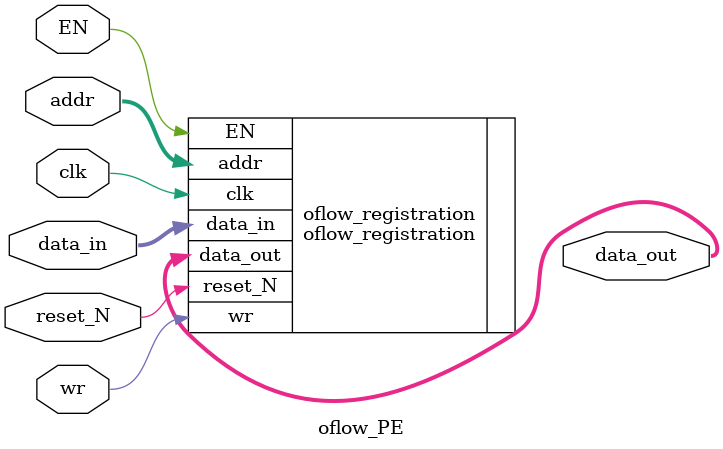
<source format=sv>
/*------------------------------------------------------------------------------
 * File          : oflow_PE.sv
 * Project       : RTL
 * Author        : epchof
 * Creation date : Jan 13, 2024
 * Description   :	
 *------------------------------------------------------------------------------*/

module  oflow_PE( 
			input logic clk,
			input logic reset_N	,
			input logic [111:0] data_in,
			input logic wr,
			input logic [7:0] addr,
			input logic  EN,
			
			
			output logic [111:0] data_out
			);
			
// -----------------------------------------------------------       
//                  logicisters & Wires
// -----------------------------------------------------------  

	//next 


// -----------------------------------------------------------       
//				Instanciation
// -----------------------------------------------------------  
oflow_registration oflow_registration( 
			.clk(clk),
			.reset_N(reset_N)	,
			.data_in(data_in),
			.wr(wr),
			.addr(addr),
			.EN(EN),// 
			
			
			.data_out(data_out)
					);

/* oflow_feature_extraction();    */

endmodule
</source>
